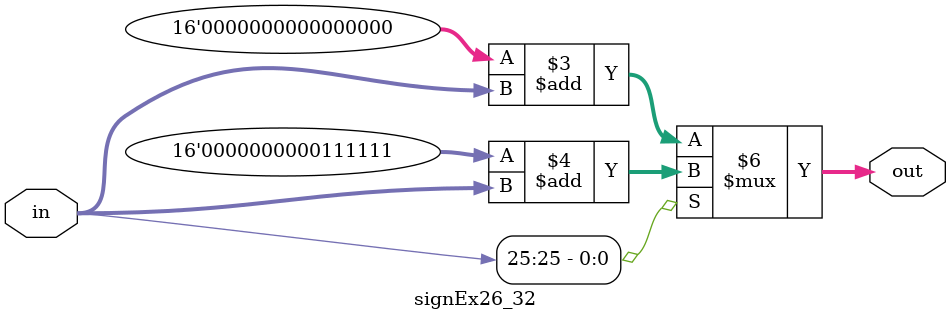
<source format=v>
/***************************************************
 * Modulo: signEx26_32
 * Projeto: mips32
 * Descrição: Extende o sinal de um numero de 26 para
 * 32 bits.
 ***************************************************/
 module signEx26_32(in, out);
		input[25:0] in;
		output[31:0] out;
		reg[31:0] out;
		
		always @(in)
		begin
			if(in[25] == 1'b0) begin
				out <= 16'b000000 + in;
			end
			else begin
				out <= 16'b111111 + in; 
			end
			
		end
endmodule
</source>
